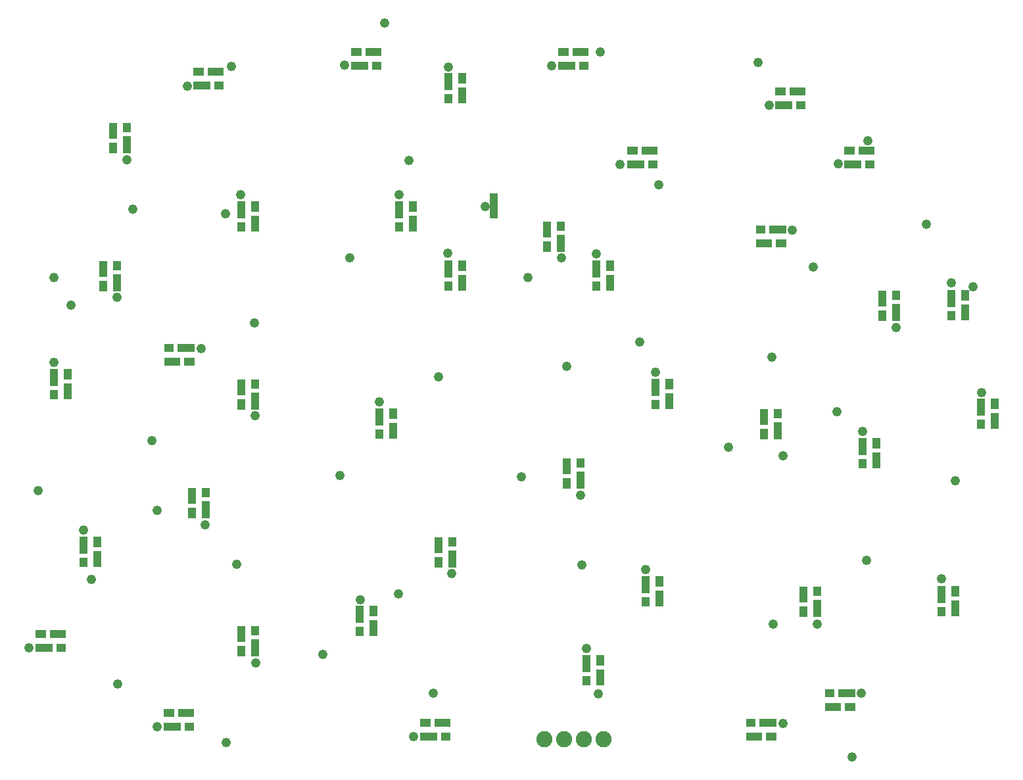
<source format=gts>
G04 EAGLE Gerber RS-274X export*
G75*
%MOMM*%
%FSLAX34Y34*%
%LPD*%
%INSoldermask Top*%
%IPPOS*%
%AMOC8*
5,1,8,0,0,1.08239X$1,22.5*%
G01*
%ADD10C,2.082800*%
%ADD11R,1.103200X3.203200*%
%ADD12R,1.053200X2.103200*%
%ADD13R,1.053200X1.203200*%
%ADD14R,1.053200X1.353200*%
%ADD15R,1.053200X2.203200*%
%ADD16R,2.103200X1.053200*%
%ADD17R,1.203200X1.053200*%
%ADD18R,1.353200X1.053200*%
%ADD19R,2.203200X1.053200*%
%ADD20C,1.209600*%


D10*
X762000Y88900D03*
X787400Y88900D03*
X812800Y88900D03*
X838200Y88900D03*
D11*
X696976Y775953D03*
D12*
X834250Y168800D03*
D13*
X816750Y164300D03*
D14*
X834250Y190550D03*
D15*
X816750Y186300D03*
D16*
X1045100Y727850D03*
D17*
X1040600Y745350D03*
D18*
X1066850Y727850D03*
D19*
X1062600Y745350D03*
D12*
X1197750Y656700D03*
D13*
X1215250Y661200D03*
D14*
X1197750Y634950D03*
D15*
X1215250Y639200D03*
D12*
X1045350Y504300D03*
D13*
X1062850Y508800D03*
D14*
X1045350Y482550D03*
D15*
X1062850Y486800D03*
D12*
X1096150Y275700D03*
D13*
X1113650Y280200D03*
D14*
X1096150Y253950D03*
D15*
X1113650Y258200D03*
D12*
X910450Y270400D03*
D13*
X892950Y265900D03*
D14*
X910450Y292150D03*
D15*
X892950Y287900D03*
D12*
X923150Y524400D03*
D13*
X905650Y519900D03*
D14*
X923150Y546150D03*
D15*
X905650Y541900D03*
D12*
X846950Y676800D03*
D13*
X829450Y672300D03*
D14*
X846950Y698550D03*
D15*
X829450Y694300D03*
D16*
X898000Y846950D03*
D17*
X902500Y829450D03*
D18*
X876250Y846950D03*
D19*
X880500Y829450D03*
D16*
X809100Y973950D03*
D17*
X813600Y956450D03*
D18*
X787350Y973950D03*
D19*
X791600Y956450D03*
D12*
X765950Y745600D03*
D13*
X783450Y750100D03*
D14*
X765950Y723850D03*
D15*
X783450Y728100D03*
D16*
X1032400Y92850D03*
D17*
X1027900Y110350D03*
D18*
X1054150Y92850D03*
D19*
X1049900Y110350D03*
D12*
X791350Y440800D03*
D13*
X808850Y445300D03*
D14*
X791350Y419050D03*
D15*
X808850Y423300D03*
D12*
X626250Y339200D03*
D13*
X643750Y343700D03*
D14*
X626250Y317450D03*
D15*
X643750Y321700D03*
D16*
X631300Y110350D03*
D17*
X635800Y92850D03*
D18*
X609550Y110350D03*
D19*
X613800Y92850D03*
D12*
X542150Y232300D03*
D13*
X524650Y227800D03*
D14*
X542150Y254050D03*
D15*
X524650Y249800D03*
D12*
X567550Y486300D03*
D13*
X550050Y481800D03*
D14*
X567550Y508050D03*
D15*
X550050Y503800D03*
D12*
X656450Y676800D03*
D13*
X638950Y672300D03*
D14*
X656450Y698550D03*
D15*
X638950Y694300D03*
D12*
X592950Y753000D03*
D13*
X575450Y748500D03*
D14*
X592950Y774750D03*
D15*
X575450Y770500D03*
D12*
X656450Y918100D03*
D13*
X638950Y913600D03*
D14*
X656450Y939850D03*
D15*
X638950Y935600D03*
D16*
X542400Y973950D03*
D17*
X546900Y956450D03*
D18*
X520650Y973950D03*
D19*
X524900Y956450D03*
D12*
X372250Y542400D03*
D13*
X389750Y546900D03*
D14*
X372250Y520650D03*
D15*
X389750Y524900D03*
D16*
X1134000Y130950D03*
D17*
X1129500Y148450D03*
D18*
X1155750Y130950D03*
D19*
X1151500Y148450D03*
D12*
X308750Y402700D03*
D13*
X326250Y407200D03*
D14*
X308750Y380950D03*
D15*
X326250Y385200D03*
D12*
X372250Y224900D03*
D13*
X389750Y229400D03*
D14*
X372250Y203150D03*
D15*
X389750Y207400D03*
D16*
X301100Y123050D03*
D17*
X305600Y105550D03*
D18*
X279350Y123050D03*
D19*
X283600Y105550D03*
D16*
X136000Y224650D03*
D17*
X140500Y207150D03*
D18*
X114250Y224650D03*
D19*
X118500Y207150D03*
D12*
X186550Y321200D03*
D13*
X169050Y316700D03*
D14*
X186550Y342950D03*
D15*
X169050Y338700D03*
D12*
X148450Y537100D03*
D13*
X130950Y532600D03*
D14*
X148450Y558850D03*
D15*
X130950Y554600D03*
D16*
X283100Y575450D03*
D17*
X278600Y592950D03*
D18*
X304850Y575450D03*
D19*
X300600Y592950D03*
D12*
X389750Y753000D03*
D13*
X372250Y748500D03*
D14*
X389750Y774750D03*
D15*
X372250Y770500D03*
D16*
X339200Y948550D03*
D17*
X343700Y931050D03*
D18*
X317450Y948550D03*
D19*
X321700Y931050D03*
D12*
X207150Y872600D03*
D13*
X224650Y877100D03*
D14*
X207150Y850850D03*
D15*
X224650Y855100D03*
D12*
X1291450Y257700D03*
D13*
X1273950Y253200D03*
D14*
X1291450Y279450D03*
D15*
X1273950Y275200D03*
D12*
X194450Y694800D03*
D13*
X211950Y699300D03*
D14*
X194450Y673050D03*
D15*
X211950Y677300D03*
D12*
X1189850Y448200D03*
D13*
X1172350Y443700D03*
D14*
X1189850Y469950D03*
D15*
X1172350Y465700D03*
D12*
X1342250Y499000D03*
D13*
X1324750Y494500D03*
D14*
X1342250Y520750D03*
D15*
X1324750Y516500D03*
D12*
X1304150Y638700D03*
D13*
X1286650Y634200D03*
D14*
X1304150Y660450D03*
D15*
X1286650Y656200D03*
D16*
X1177400Y846950D03*
D17*
X1181900Y829450D03*
D18*
X1155650Y846950D03*
D19*
X1159900Y829450D03*
D16*
X1088500Y923150D03*
D17*
X1093000Y905650D03*
D18*
X1066750Y923150D03*
D19*
X1071000Y905650D03*
D20*
X816610Y205994D03*
X1069594Y109982D03*
X1170686Y148844D03*
X1273810Y295656D03*
X1171956Y485140D03*
X1325118Y535178D03*
X1286510Y676656D03*
X1140714Y829818D03*
X1052322Y905764D03*
X1081532Y744728D03*
X1215390Y619506D03*
X1114044Y237744D03*
X892810Y307340D03*
X905764Y561848D03*
X829056Y713994D03*
X860044Y829310D03*
X771906Y956056D03*
X784098Y708914D03*
X808990Y403352D03*
X643382Y302260D03*
X593598Y92964D03*
X525018Y268986D03*
X550164Y523748D03*
X638302Y715010D03*
X575310Y789940D03*
X639064Y954786D03*
X504952Y956818D03*
X389636Y505714D03*
X325120Y364998D03*
X390398Y187706D03*
X263906Y105664D03*
X98806Y206756D03*
X169164Y358902D03*
X131064Y574294D03*
X320294Y592328D03*
X371602Y790194D03*
X302260Y930402D03*
X224536Y835152D03*
X211836Y657860D03*
X685800Y774700D03*
X1070102Y453898D03*
X130556Y684022D03*
X232410Y771906D03*
X359410Y955802D03*
X351536Y765556D03*
X389382Y625348D03*
X256540Y473964D03*
X110744Y409194D03*
X263398Y384048D03*
X178816Y294688D03*
X212852Y160528D03*
X352298Y84836D03*
X365760Y314452D03*
X477266Y198882D03*
X619252Y148336D03*
X574548Y276098D03*
X499364Y428752D03*
X625856Y556006D03*
X511556Y708914D03*
X588010Y834136D03*
X556260Y1011428D03*
X733044Y427228D03*
X790956Y568960D03*
X740918Y683260D03*
X834644Y973836D03*
X909828Y802640D03*
X885444Y600710D03*
X810260Y313944D03*
X999236Y465074D03*
X1055024Y580898D03*
X1108710Y697230D03*
X1037590Y960628D03*
X1178814Y859790D03*
X1253998Y751840D03*
X1314196Y671576D03*
X1138936Y511048D03*
X1291590Y422402D03*
X1177290Y319278D03*
X1159002Y66802D03*
X1057148Y237744D03*
X831596Y147828D03*
X152400Y647700D03*
M02*

</source>
